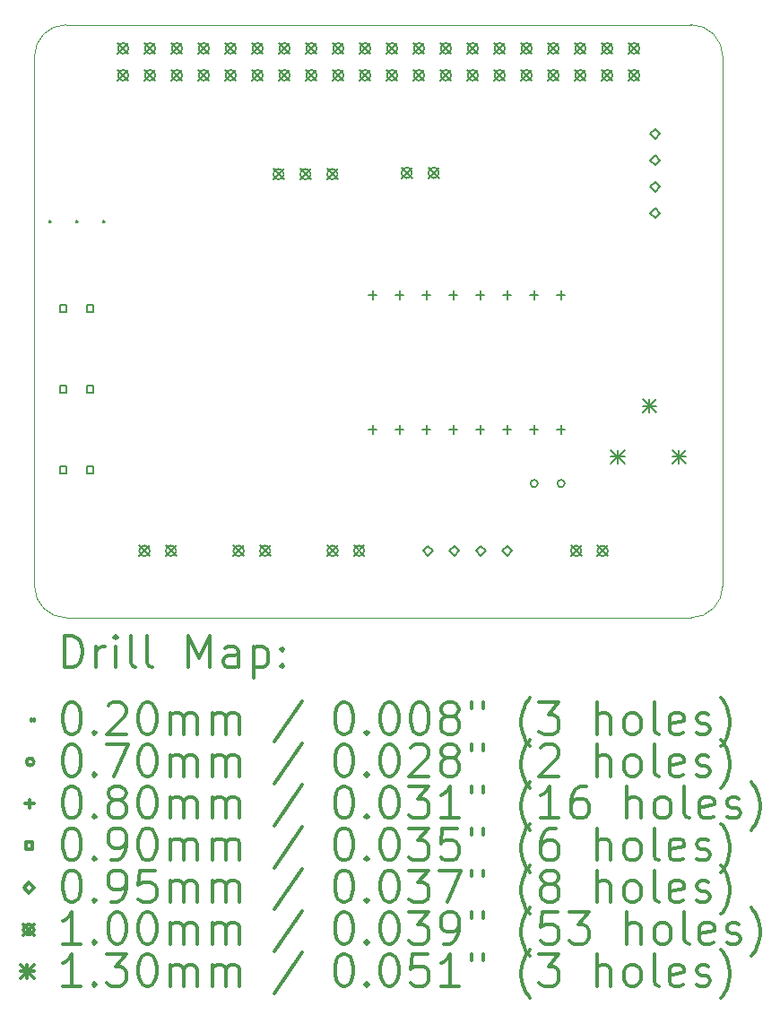
<source format=gbr>
%FSLAX45Y45*%
G04 Gerber Fmt 4.5, Leading zero omitted, Abs format (unit mm)*
G04 Created by KiCad (PCBNEW 5.1.9) date 2021-02-09 20:13:56*
%MOMM*%
%LPD*%
G01*
G04 APERTURE LIST*
%TA.AperFunction,Profile*%
%ADD10C,0.100000*%
%TD*%
%ADD11C,0.200000*%
%ADD12C,0.300000*%
G04 APERTURE END LIST*
D10*
X7854636Y-6381761D02*
X7854636Y-11381237D01*
X7854636Y-6381761D02*
G75*
G02*
X8154636Y-6081761I300000J0D01*
G01*
X14054636Y-6081761D02*
X8154636Y-6081761D01*
X14054636Y-6081761D02*
G75*
G02*
X14354636Y-6381761I0J-300000D01*
G01*
X14354636Y-11381761D02*
X14354636Y-6381761D01*
X8154636Y-11681237D02*
G75*
G02*
X7854636Y-11381237I0J300000D01*
G01*
X8154636Y-11681237D02*
X14054636Y-11681237D01*
X14354636Y-11381761D02*
G75*
G02*
X14054636Y-11681237I-300000J524D01*
G01*
D11*
X7991000Y-7927500D02*
X8011000Y-7947500D01*
X8011000Y-7927500D02*
X7991000Y-7947500D01*
X8245000Y-7927500D02*
X8265000Y-7947500D01*
X8265000Y-7927500D02*
X8245000Y-7947500D01*
X8499000Y-7927500D02*
X8519000Y-7947500D01*
X8519000Y-7927500D02*
X8499000Y-7947500D01*
X12607925Y-10414000D02*
G75*
G03*
X12607925Y-10414000I-34925J0D01*
G01*
X12861925Y-10414000D02*
G75*
G03*
X12861925Y-10414000I-34925J0D01*
G01*
X11049000Y-8596000D02*
X11049000Y-8676000D01*
X11009000Y-8636000D02*
X11089000Y-8636000D01*
X11049000Y-9866000D02*
X11049000Y-9946000D01*
X11009000Y-9906000D02*
X11089000Y-9906000D01*
X11303000Y-8596000D02*
X11303000Y-8676000D01*
X11263000Y-8636000D02*
X11343000Y-8636000D01*
X11303000Y-9866000D02*
X11303000Y-9946000D01*
X11263000Y-9906000D02*
X11343000Y-9906000D01*
X11557000Y-8596000D02*
X11557000Y-8676000D01*
X11517000Y-8636000D02*
X11597000Y-8636000D01*
X11557000Y-9866000D02*
X11557000Y-9946000D01*
X11517000Y-9906000D02*
X11597000Y-9906000D01*
X11811000Y-8596000D02*
X11811000Y-8676000D01*
X11771000Y-8636000D02*
X11851000Y-8636000D01*
X11811000Y-9866000D02*
X11811000Y-9946000D01*
X11771000Y-9906000D02*
X11851000Y-9906000D01*
X12065000Y-8596000D02*
X12065000Y-8676000D01*
X12025000Y-8636000D02*
X12105000Y-8636000D01*
X12065000Y-9866000D02*
X12065000Y-9946000D01*
X12025000Y-9906000D02*
X12105000Y-9906000D01*
X12319000Y-8596000D02*
X12319000Y-8676000D01*
X12279000Y-8636000D02*
X12359000Y-8636000D01*
X12319000Y-9866000D02*
X12319000Y-9946000D01*
X12279000Y-9906000D02*
X12359000Y-9906000D01*
X12573000Y-8596000D02*
X12573000Y-8676000D01*
X12533000Y-8636000D02*
X12613000Y-8636000D01*
X12573000Y-9866000D02*
X12573000Y-9946000D01*
X12533000Y-9906000D02*
X12613000Y-9906000D01*
X12827000Y-8596000D02*
X12827000Y-8676000D01*
X12787000Y-8636000D02*
X12867000Y-8636000D01*
X12827000Y-9866000D02*
X12827000Y-9946000D01*
X12787000Y-9906000D02*
X12867000Y-9906000D01*
X8159820Y-8794820D02*
X8159820Y-8731180D01*
X8096180Y-8731180D01*
X8096180Y-8794820D01*
X8159820Y-8794820D01*
X8159820Y-9556820D02*
X8159820Y-9493180D01*
X8096180Y-9493180D01*
X8096180Y-9556820D01*
X8159820Y-9556820D01*
X8159820Y-10318820D02*
X8159820Y-10255180D01*
X8096180Y-10255180D01*
X8096180Y-10318820D01*
X8159820Y-10318820D01*
X8413820Y-8794820D02*
X8413820Y-8731180D01*
X8350180Y-8731180D01*
X8350180Y-8794820D01*
X8413820Y-8794820D01*
X8413820Y-9556820D02*
X8413820Y-9493180D01*
X8350180Y-9493180D01*
X8350180Y-9556820D01*
X8413820Y-9556820D01*
X8413820Y-10318820D02*
X8413820Y-10255180D01*
X8350180Y-10255180D01*
X8350180Y-10318820D01*
X8413820Y-10318820D01*
X11569000Y-11096500D02*
X11616500Y-11049000D01*
X11569000Y-11001500D01*
X11521500Y-11049000D01*
X11569000Y-11096500D01*
X11819000Y-11096500D02*
X11866500Y-11049000D01*
X11819000Y-11001500D01*
X11771500Y-11049000D01*
X11819000Y-11096500D01*
X12069000Y-11096500D02*
X12116500Y-11049000D01*
X12069000Y-11001500D01*
X12021500Y-11049000D01*
X12069000Y-11096500D01*
X12319000Y-11096500D02*
X12366500Y-11049000D01*
X12319000Y-11001500D01*
X12271500Y-11049000D01*
X12319000Y-11096500D01*
X13716000Y-7159500D02*
X13763500Y-7112000D01*
X13716000Y-7064500D01*
X13668500Y-7112000D01*
X13716000Y-7159500D01*
X13716000Y-7409500D02*
X13763500Y-7362000D01*
X13716000Y-7314500D01*
X13668500Y-7362000D01*
X13716000Y-7409500D01*
X13716000Y-7659500D02*
X13763500Y-7612000D01*
X13716000Y-7564500D01*
X13668500Y-7612000D01*
X13716000Y-7659500D01*
X13716000Y-7909500D02*
X13763500Y-7862000D01*
X13716000Y-7814500D01*
X13668500Y-7862000D01*
X13716000Y-7909500D01*
X8642000Y-6255000D02*
X8742000Y-6355000D01*
X8742000Y-6255000D02*
X8642000Y-6355000D01*
X8742000Y-6305000D02*
G75*
G03*
X8742000Y-6305000I-50000J0D01*
G01*
X8642000Y-6509000D02*
X8742000Y-6609000D01*
X8742000Y-6509000D02*
X8642000Y-6609000D01*
X8742000Y-6559000D02*
G75*
G03*
X8742000Y-6559000I-50000J0D01*
G01*
X8844000Y-10999000D02*
X8944000Y-11099000D01*
X8944000Y-10999000D02*
X8844000Y-11099000D01*
X8944000Y-11049000D02*
G75*
G03*
X8944000Y-11049000I-50000J0D01*
G01*
X8896000Y-6255000D02*
X8996000Y-6355000D01*
X8996000Y-6255000D02*
X8896000Y-6355000D01*
X8996000Y-6305000D02*
G75*
G03*
X8996000Y-6305000I-50000J0D01*
G01*
X8896000Y-6509000D02*
X8996000Y-6609000D01*
X8996000Y-6509000D02*
X8896000Y-6609000D01*
X8996000Y-6559000D02*
G75*
G03*
X8996000Y-6559000I-50000J0D01*
G01*
X9094000Y-10999000D02*
X9194000Y-11099000D01*
X9194000Y-10999000D02*
X9094000Y-11099000D01*
X9194000Y-11049000D02*
G75*
G03*
X9194000Y-11049000I-50000J0D01*
G01*
X9150000Y-6255000D02*
X9250000Y-6355000D01*
X9250000Y-6255000D02*
X9150000Y-6355000D01*
X9250000Y-6305000D02*
G75*
G03*
X9250000Y-6305000I-50000J0D01*
G01*
X9150000Y-6509000D02*
X9250000Y-6609000D01*
X9250000Y-6509000D02*
X9150000Y-6609000D01*
X9250000Y-6559000D02*
G75*
G03*
X9250000Y-6559000I-50000J0D01*
G01*
X9404000Y-6255000D02*
X9504000Y-6355000D01*
X9504000Y-6255000D02*
X9404000Y-6355000D01*
X9504000Y-6305000D02*
G75*
G03*
X9504000Y-6305000I-50000J0D01*
G01*
X9404000Y-6509000D02*
X9504000Y-6609000D01*
X9504000Y-6509000D02*
X9404000Y-6609000D01*
X9504000Y-6559000D02*
G75*
G03*
X9504000Y-6559000I-50000J0D01*
G01*
X9658000Y-6255000D02*
X9758000Y-6355000D01*
X9758000Y-6255000D02*
X9658000Y-6355000D01*
X9758000Y-6305000D02*
G75*
G03*
X9758000Y-6305000I-50000J0D01*
G01*
X9658000Y-6509000D02*
X9758000Y-6609000D01*
X9758000Y-6509000D02*
X9658000Y-6609000D01*
X9758000Y-6559000D02*
G75*
G03*
X9758000Y-6559000I-50000J0D01*
G01*
X9733000Y-10999000D02*
X9833000Y-11099000D01*
X9833000Y-10999000D02*
X9733000Y-11099000D01*
X9833000Y-11049000D02*
G75*
G03*
X9833000Y-11049000I-50000J0D01*
G01*
X9912000Y-6255000D02*
X10012000Y-6355000D01*
X10012000Y-6255000D02*
X9912000Y-6355000D01*
X10012000Y-6305000D02*
G75*
G03*
X10012000Y-6305000I-50000J0D01*
G01*
X9912000Y-6509000D02*
X10012000Y-6609000D01*
X10012000Y-6509000D02*
X9912000Y-6609000D01*
X10012000Y-6559000D02*
G75*
G03*
X10012000Y-6559000I-50000J0D01*
G01*
X9983000Y-10999000D02*
X10083000Y-11099000D01*
X10083000Y-10999000D02*
X9983000Y-11099000D01*
X10083000Y-11049000D02*
G75*
G03*
X10083000Y-11049000I-50000J0D01*
G01*
X10110000Y-7443000D02*
X10210000Y-7543000D01*
X10210000Y-7443000D02*
X10110000Y-7543000D01*
X10210000Y-7493000D02*
G75*
G03*
X10210000Y-7493000I-50000J0D01*
G01*
X10166000Y-6255000D02*
X10266000Y-6355000D01*
X10266000Y-6255000D02*
X10166000Y-6355000D01*
X10266000Y-6305000D02*
G75*
G03*
X10266000Y-6305000I-50000J0D01*
G01*
X10166000Y-6509000D02*
X10266000Y-6609000D01*
X10266000Y-6509000D02*
X10166000Y-6609000D01*
X10266000Y-6559000D02*
G75*
G03*
X10266000Y-6559000I-50000J0D01*
G01*
X10364000Y-7443000D02*
X10464000Y-7543000D01*
X10464000Y-7443000D02*
X10364000Y-7543000D01*
X10464000Y-7493000D02*
G75*
G03*
X10464000Y-7493000I-50000J0D01*
G01*
X10420000Y-6255000D02*
X10520000Y-6355000D01*
X10520000Y-6255000D02*
X10420000Y-6355000D01*
X10520000Y-6305000D02*
G75*
G03*
X10520000Y-6305000I-50000J0D01*
G01*
X10420000Y-6509000D02*
X10520000Y-6609000D01*
X10520000Y-6509000D02*
X10420000Y-6609000D01*
X10520000Y-6559000D02*
G75*
G03*
X10520000Y-6559000I-50000J0D01*
G01*
X10618000Y-7443000D02*
X10718000Y-7543000D01*
X10718000Y-7443000D02*
X10618000Y-7543000D01*
X10718000Y-7493000D02*
G75*
G03*
X10718000Y-7493000I-50000J0D01*
G01*
X10620000Y-10999000D02*
X10720000Y-11099000D01*
X10720000Y-10999000D02*
X10620000Y-11099000D01*
X10720000Y-11049000D02*
G75*
G03*
X10720000Y-11049000I-50000J0D01*
G01*
X10674000Y-6255000D02*
X10774000Y-6355000D01*
X10774000Y-6255000D02*
X10674000Y-6355000D01*
X10774000Y-6305000D02*
G75*
G03*
X10774000Y-6305000I-50000J0D01*
G01*
X10674000Y-6509000D02*
X10774000Y-6609000D01*
X10774000Y-6509000D02*
X10674000Y-6609000D01*
X10774000Y-6559000D02*
G75*
G03*
X10774000Y-6559000I-50000J0D01*
G01*
X10870000Y-10999000D02*
X10970000Y-11099000D01*
X10970000Y-10999000D02*
X10870000Y-11099000D01*
X10970000Y-11049000D02*
G75*
G03*
X10970000Y-11049000I-50000J0D01*
G01*
X10928000Y-6255000D02*
X11028000Y-6355000D01*
X11028000Y-6255000D02*
X10928000Y-6355000D01*
X11028000Y-6305000D02*
G75*
G03*
X11028000Y-6305000I-50000J0D01*
G01*
X10928000Y-6509000D02*
X11028000Y-6609000D01*
X11028000Y-6509000D02*
X10928000Y-6609000D01*
X11028000Y-6559000D02*
G75*
G03*
X11028000Y-6559000I-50000J0D01*
G01*
X11182000Y-6255000D02*
X11282000Y-6355000D01*
X11282000Y-6255000D02*
X11182000Y-6355000D01*
X11282000Y-6305000D02*
G75*
G03*
X11282000Y-6305000I-50000J0D01*
G01*
X11182000Y-6509000D02*
X11282000Y-6609000D01*
X11282000Y-6509000D02*
X11182000Y-6609000D01*
X11282000Y-6559000D02*
G75*
G03*
X11282000Y-6559000I-50000J0D01*
G01*
X11320000Y-7430000D02*
X11420000Y-7530000D01*
X11420000Y-7430000D02*
X11320000Y-7530000D01*
X11420000Y-7480000D02*
G75*
G03*
X11420000Y-7480000I-50000J0D01*
G01*
X11436000Y-6255000D02*
X11536000Y-6355000D01*
X11536000Y-6255000D02*
X11436000Y-6355000D01*
X11536000Y-6305000D02*
G75*
G03*
X11536000Y-6305000I-50000J0D01*
G01*
X11436000Y-6509000D02*
X11536000Y-6609000D01*
X11536000Y-6509000D02*
X11436000Y-6609000D01*
X11536000Y-6559000D02*
G75*
G03*
X11536000Y-6559000I-50000J0D01*
G01*
X11574000Y-7430000D02*
X11674000Y-7530000D01*
X11674000Y-7430000D02*
X11574000Y-7530000D01*
X11674000Y-7480000D02*
G75*
G03*
X11674000Y-7480000I-50000J0D01*
G01*
X11690000Y-6255000D02*
X11790000Y-6355000D01*
X11790000Y-6255000D02*
X11690000Y-6355000D01*
X11790000Y-6305000D02*
G75*
G03*
X11790000Y-6305000I-50000J0D01*
G01*
X11690000Y-6509000D02*
X11790000Y-6609000D01*
X11790000Y-6509000D02*
X11690000Y-6609000D01*
X11790000Y-6559000D02*
G75*
G03*
X11790000Y-6559000I-50000J0D01*
G01*
X11944000Y-6255000D02*
X12044000Y-6355000D01*
X12044000Y-6255000D02*
X11944000Y-6355000D01*
X12044000Y-6305000D02*
G75*
G03*
X12044000Y-6305000I-50000J0D01*
G01*
X11944000Y-6509000D02*
X12044000Y-6609000D01*
X12044000Y-6509000D02*
X11944000Y-6609000D01*
X12044000Y-6559000D02*
G75*
G03*
X12044000Y-6559000I-50000J0D01*
G01*
X12198000Y-6255000D02*
X12298000Y-6355000D01*
X12298000Y-6255000D02*
X12198000Y-6355000D01*
X12298000Y-6305000D02*
G75*
G03*
X12298000Y-6305000I-50000J0D01*
G01*
X12198000Y-6509000D02*
X12298000Y-6609000D01*
X12298000Y-6509000D02*
X12198000Y-6609000D01*
X12298000Y-6559000D02*
G75*
G03*
X12298000Y-6559000I-50000J0D01*
G01*
X12452000Y-6255000D02*
X12552000Y-6355000D01*
X12552000Y-6255000D02*
X12452000Y-6355000D01*
X12552000Y-6305000D02*
G75*
G03*
X12552000Y-6305000I-50000J0D01*
G01*
X12452000Y-6509000D02*
X12552000Y-6609000D01*
X12552000Y-6509000D02*
X12452000Y-6609000D01*
X12552000Y-6559000D02*
G75*
G03*
X12552000Y-6559000I-50000J0D01*
G01*
X12706000Y-6255000D02*
X12806000Y-6355000D01*
X12806000Y-6255000D02*
X12706000Y-6355000D01*
X12806000Y-6305000D02*
G75*
G03*
X12806000Y-6305000I-50000J0D01*
G01*
X12706000Y-6509000D02*
X12806000Y-6609000D01*
X12806000Y-6509000D02*
X12706000Y-6609000D01*
X12806000Y-6559000D02*
G75*
G03*
X12806000Y-6559000I-50000J0D01*
G01*
X12920000Y-11000000D02*
X13020000Y-11100000D01*
X13020000Y-11000000D02*
X12920000Y-11100000D01*
X13020000Y-11050000D02*
G75*
G03*
X13020000Y-11050000I-50000J0D01*
G01*
X12960000Y-6255000D02*
X13060000Y-6355000D01*
X13060000Y-6255000D02*
X12960000Y-6355000D01*
X13060000Y-6305000D02*
G75*
G03*
X13060000Y-6305000I-50000J0D01*
G01*
X12960000Y-6509000D02*
X13060000Y-6609000D01*
X13060000Y-6509000D02*
X12960000Y-6609000D01*
X13060000Y-6559000D02*
G75*
G03*
X13060000Y-6559000I-50000J0D01*
G01*
X13170000Y-11000000D02*
X13270000Y-11100000D01*
X13270000Y-11000000D02*
X13170000Y-11100000D01*
X13270000Y-11050000D02*
G75*
G03*
X13270000Y-11050000I-50000J0D01*
G01*
X13214000Y-6255000D02*
X13314000Y-6355000D01*
X13314000Y-6255000D02*
X13214000Y-6355000D01*
X13314000Y-6305000D02*
G75*
G03*
X13314000Y-6305000I-50000J0D01*
G01*
X13214000Y-6509000D02*
X13314000Y-6609000D01*
X13314000Y-6509000D02*
X13214000Y-6609000D01*
X13314000Y-6559000D02*
G75*
G03*
X13314000Y-6559000I-50000J0D01*
G01*
X13468000Y-6255000D02*
X13568000Y-6355000D01*
X13568000Y-6255000D02*
X13468000Y-6355000D01*
X13568000Y-6305000D02*
G75*
G03*
X13568000Y-6305000I-50000J0D01*
G01*
X13468000Y-6509000D02*
X13568000Y-6609000D01*
X13568000Y-6509000D02*
X13468000Y-6609000D01*
X13568000Y-6559000D02*
G75*
G03*
X13568000Y-6559000I-50000J0D01*
G01*
X13297281Y-10095103D02*
X13427075Y-10224897D01*
X13427075Y-10095103D02*
X13297281Y-10224897D01*
X13362178Y-10095103D02*
X13362178Y-10224897D01*
X13297281Y-10160000D02*
X13427075Y-10160000D01*
X13597255Y-9615297D02*
X13727049Y-9745091D01*
X13727049Y-9615297D02*
X13597255Y-9745091D01*
X13662152Y-9615297D02*
X13662152Y-9745091D01*
X13597255Y-9680194D02*
X13727049Y-9680194D01*
X13877163Y-10095103D02*
X14006957Y-10224897D01*
X14006957Y-10095103D02*
X13877163Y-10224897D01*
X13942060Y-10095103D02*
X13942060Y-10224897D01*
X13877163Y-10160000D02*
X14006957Y-10160000D01*
D12*
X8136064Y-12151952D02*
X8136064Y-11851952D01*
X8207493Y-11851952D01*
X8250350Y-11866238D01*
X8278921Y-11894809D01*
X8293207Y-11923380D01*
X8307493Y-11980523D01*
X8307493Y-12023380D01*
X8293207Y-12080523D01*
X8278921Y-12109095D01*
X8250350Y-12137666D01*
X8207493Y-12151952D01*
X8136064Y-12151952D01*
X8436064Y-12151952D02*
X8436064Y-11951952D01*
X8436064Y-12009095D02*
X8450350Y-11980523D01*
X8464636Y-11966238D01*
X8493207Y-11951952D01*
X8521778Y-11951952D01*
X8621778Y-12151952D02*
X8621778Y-11951952D01*
X8621778Y-11851952D02*
X8607493Y-11866238D01*
X8621778Y-11880523D01*
X8636064Y-11866238D01*
X8621778Y-11851952D01*
X8621778Y-11880523D01*
X8807493Y-12151952D02*
X8778921Y-12137666D01*
X8764636Y-12109095D01*
X8764636Y-11851952D01*
X8964636Y-12151952D02*
X8936064Y-12137666D01*
X8921778Y-12109095D01*
X8921778Y-11851952D01*
X9307493Y-12151952D02*
X9307493Y-11851952D01*
X9407493Y-12066238D01*
X9507493Y-11851952D01*
X9507493Y-12151952D01*
X9778921Y-12151952D02*
X9778921Y-11994809D01*
X9764636Y-11966238D01*
X9736064Y-11951952D01*
X9678921Y-11951952D01*
X9650350Y-11966238D01*
X9778921Y-12137666D02*
X9750350Y-12151952D01*
X9678921Y-12151952D01*
X9650350Y-12137666D01*
X9636064Y-12109095D01*
X9636064Y-12080523D01*
X9650350Y-12051952D01*
X9678921Y-12037666D01*
X9750350Y-12037666D01*
X9778921Y-12023380D01*
X9921778Y-11951952D02*
X9921778Y-12251952D01*
X9921778Y-11966238D02*
X9950350Y-11951952D01*
X10007493Y-11951952D01*
X10036064Y-11966238D01*
X10050350Y-11980523D01*
X10064636Y-12009095D01*
X10064636Y-12094809D01*
X10050350Y-12123380D01*
X10036064Y-12137666D01*
X10007493Y-12151952D01*
X9950350Y-12151952D01*
X9921778Y-12137666D01*
X10193207Y-12123380D02*
X10207493Y-12137666D01*
X10193207Y-12151952D01*
X10178921Y-12137666D01*
X10193207Y-12123380D01*
X10193207Y-12151952D01*
X10193207Y-11966238D02*
X10207493Y-11980523D01*
X10193207Y-11994809D01*
X10178921Y-11980523D01*
X10193207Y-11966238D01*
X10193207Y-11994809D01*
X7829635Y-12636238D02*
X7849635Y-12656238D01*
X7849635Y-12636238D02*
X7829635Y-12656238D01*
X8193207Y-12481952D02*
X8221778Y-12481952D01*
X8250350Y-12496238D01*
X8264635Y-12510523D01*
X8278921Y-12539095D01*
X8293207Y-12596238D01*
X8293207Y-12667666D01*
X8278921Y-12724809D01*
X8264635Y-12753380D01*
X8250350Y-12767666D01*
X8221778Y-12781952D01*
X8193207Y-12781952D01*
X8164635Y-12767666D01*
X8150350Y-12753380D01*
X8136064Y-12724809D01*
X8121778Y-12667666D01*
X8121778Y-12596238D01*
X8136064Y-12539095D01*
X8150350Y-12510523D01*
X8164635Y-12496238D01*
X8193207Y-12481952D01*
X8421778Y-12753380D02*
X8436064Y-12767666D01*
X8421778Y-12781952D01*
X8407493Y-12767666D01*
X8421778Y-12753380D01*
X8421778Y-12781952D01*
X8550350Y-12510523D02*
X8564636Y-12496238D01*
X8593207Y-12481952D01*
X8664636Y-12481952D01*
X8693207Y-12496238D01*
X8707493Y-12510523D01*
X8721778Y-12539095D01*
X8721778Y-12567666D01*
X8707493Y-12610523D01*
X8536064Y-12781952D01*
X8721778Y-12781952D01*
X8907493Y-12481952D02*
X8936064Y-12481952D01*
X8964636Y-12496238D01*
X8978921Y-12510523D01*
X8993207Y-12539095D01*
X9007493Y-12596238D01*
X9007493Y-12667666D01*
X8993207Y-12724809D01*
X8978921Y-12753380D01*
X8964636Y-12767666D01*
X8936064Y-12781952D01*
X8907493Y-12781952D01*
X8878921Y-12767666D01*
X8864636Y-12753380D01*
X8850350Y-12724809D01*
X8836064Y-12667666D01*
X8836064Y-12596238D01*
X8850350Y-12539095D01*
X8864636Y-12510523D01*
X8878921Y-12496238D01*
X8907493Y-12481952D01*
X9136064Y-12781952D02*
X9136064Y-12581952D01*
X9136064Y-12610523D02*
X9150350Y-12596238D01*
X9178921Y-12581952D01*
X9221778Y-12581952D01*
X9250350Y-12596238D01*
X9264636Y-12624809D01*
X9264636Y-12781952D01*
X9264636Y-12624809D02*
X9278921Y-12596238D01*
X9307493Y-12581952D01*
X9350350Y-12581952D01*
X9378921Y-12596238D01*
X9393207Y-12624809D01*
X9393207Y-12781952D01*
X9536064Y-12781952D02*
X9536064Y-12581952D01*
X9536064Y-12610523D02*
X9550350Y-12596238D01*
X9578921Y-12581952D01*
X9621778Y-12581952D01*
X9650350Y-12596238D01*
X9664636Y-12624809D01*
X9664636Y-12781952D01*
X9664636Y-12624809D02*
X9678921Y-12596238D01*
X9707493Y-12581952D01*
X9750350Y-12581952D01*
X9778921Y-12596238D01*
X9793207Y-12624809D01*
X9793207Y-12781952D01*
X10378921Y-12467666D02*
X10121778Y-12853380D01*
X10764636Y-12481952D02*
X10793207Y-12481952D01*
X10821778Y-12496238D01*
X10836064Y-12510523D01*
X10850350Y-12539095D01*
X10864636Y-12596238D01*
X10864636Y-12667666D01*
X10850350Y-12724809D01*
X10836064Y-12753380D01*
X10821778Y-12767666D01*
X10793207Y-12781952D01*
X10764636Y-12781952D01*
X10736064Y-12767666D01*
X10721778Y-12753380D01*
X10707493Y-12724809D01*
X10693207Y-12667666D01*
X10693207Y-12596238D01*
X10707493Y-12539095D01*
X10721778Y-12510523D01*
X10736064Y-12496238D01*
X10764636Y-12481952D01*
X10993207Y-12753380D02*
X11007493Y-12767666D01*
X10993207Y-12781952D01*
X10978921Y-12767666D01*
X10993207Y-12753380D01*
X10993207Y-12781952D01*
X11193207Y-12481952D02*
X11221778Y-12481952D01*
X11250350Y-12496238D01*
X11264635Y-12510523D01*
X11278921Y-12539095D01*
X11293207Y-12596238D01*
X11293207Y-12667666D01*
X11278921Y-12724809D01*
X11264635Y-12753380D01*
X11250350Y-12767666D01*
X11221778Y-12781952D01*
X11193207Y-12781952D01*
X11164636Y-12767666D01*
X11150350Y-12753380D01*
X11136064Y-12724809D01*
X11121778Y-12667666D01*
X11121778Y-12596238D01*
X11136064Y-12539095D01*
X11150350Y-12510523D01*
X11164636Y-12496238D01*
X11193207Y-12481952D01*
X11478921Y-12481952D02*
X11507493Y-12481952D01*
X11536064Y-12496238D01*
X11550350Y-12510523D01*
X11564635Y-12539095D01*
X11578921Y-12596238D01*
X11578921Y-12667666D01*
X11564635Y-12724809D01*
X11550350Y-12753380D01*
X11536064Y-12767666D01*
X11507493Y-12781952D01*
X11478921Y-12781952D01*
X11450350Y-12767666D01*
X11436064Y-12753380D01*
X11421778Y-12724809D01*
X11407493Y-12667666D01*
X11407493Y-12596238D01*
X11421778Y-12539095D01*
X11436064Y-12510523D01*
X11450350Y-12496238D01*
X11478921Y-12481952D01*
X11750350Y-12610523D02*
X11721778Y-12596238D01*
X11707493Y-12581952D01*
X11693207Y-12553380D01*
X11693207Y-12539095D01*
X11707493Y-12510523D01*
X11721778Y-12496238D01*
X11750350Y-12481952D01*
X11807493Y-12481952D01*
X11836064Y-12496238D01*
X11850350Y-12510523D01*
X11864635Y-12539095D01*
X11864635Y-12553380D01*
X11850350Y-12581952D01*
X11836064Y-12596238D01*
X11807493Y-12610523D01*
X11750350Y-12610523D01*
X11721778Y-12624809D01*
X11707493Y-12639095D01*
X11693207Y-12667666D01*
X11693207Y-12724809D01*
X11707493Y-12753380D01*
X11721778Y-12767666D01*
X11750350Y-12781952D01*
X11807493Y-12781952D01*
X11836064Y-12767666D01*
X11850350Y-12753380D01*
X11864635Y-12724809D01*
X11864635Y-12667666D01*
X11850350Y-12639095D01*
X11836064Y-12624809D01*
X11807493Y-12610523D01*
X11978921Y-12481952D02*
X11978921Y-12539095D01*
X12093207Y-12481952D02*
X12093207Y-12539095D01*
X12536064Y-12896238D02*
X12521778Y-12881952D01*
X12493207Y-12839095D01*
X12478921Y-12810523D01*
X12464635Y-12767666D01*
X12450350Y-12696238D01*
X12450350Y-12639095D01*
X12464635Y-12567666D01*
X12478921Y-12524809D01*
X12493207Y-12496238D01*
X12521778Y-12453380D01*
X12536064Y-12439095D01*
X12621778Y-12481952D02*
X12807493Y-12481952D01*
X12707493Y-12596238D01*
X12750350Y-12596238D01*
X12778921Y-12610523D01*
X12793207Y-12624809D01*
X12807493Y-12653380D01*
X12807493Y-12724809D01*
X12793207Y-12753380D01*
X12778921Y-12767666D01*
X12750350Y-12781952D01*
X12664635Y-12781952D01*
X12636064Y-12767666D01*
X12621778Y-12753380D01*
X13164635Y-12781952D02*
X13164635Y-12481952D01*
X13293207Y-12781952D02*
X13293207Y-12624809D01*
X13278921Y-12596238D01*
X13250350Y-12581952D01*
X13207493Y-12581952D01*
X13178921Y-12596238D01*
X13164635Y-12610523D01*
X13478921Y-12781952D02*
X13450350Y-12767666D01*
X13436064Y-12753380D01*
X13421778Y-12724809D01*
X13421778Y-12639095D01*
X13436064Y-12610523D01*
X13450350Y-12596238D01*
X13478921Y-12581952D01*
X13521778Y-12581952D01*
X13550350Y-12596238D01*
X13564635Y-12610523D01*
X13578921Y-12639095D01*
X13578921Y-12724809D01*
X13564635Y-12753380D01*
X13550350Y-12767666D01*
X13521778Y-12781952D01*
X13478921Y-12781952D01*
X13750350Y-12781952D02*
X13721778Y-12767666D01*
X13707493Y-12739095D01*
X13707493Y-12481952D01*
X13978921Y-12767666D02*
X13950350Y-12781952D01*
X13893207Y-12781952D01*
X13864635Y-12767666D01*
X13850350Y-12739095D01*
X13850350Y-12624809D01*
X13864635Y-12596238D01*
X13893207Y-12581952D01*
X13950350Y-12581952D01*
X13978921Y-12596238D01*
X13993207Y-12624809D01*
X13993207Y-12653380D01*
X13850350Y-12681952D01*
X14107493Y-12767666D02*
X14136064Y-12781952D01*
X14193207Y-12781952D01*
X14221778Y-12767666D01*
X14236064Y-12739095D01*
X14236064Y-12724809D01*
X14221778Y-12696238D01*
X14193207Y-12681952D01*
X14150350Y-12681952D01*
X14121778Y-12667666D01*
X14107493Y-12639095D01*
X14107493Y-12624809D01*
X14121778Y-12596238D01*
X14150350Y-12581952D01*
X14193207Y-12581952D01*
X14221778Y-12596238D01*
X14336064Y-12896238D02*
X14350350Y-12881952D01*
X14378921Y-12839095D01*
X14393207Y-12810523D01*
X14407493Y-12767666D01*
X14421778Y-12696238D01*
X14421778Y-12639095D01*
X14407493Y-12567666D01*
X14393207Y-12524809D01*
X14378921Y-12496238D01*
X14350350Y-12453380D01*
X14336064Y-12439095D01*
X7849635Y-13042238D02*
G75*
G03*
X7849635Y-13042238I-34925J0D01*
G01*
X8193207Y-12877952D02*
X8221778Y-12877952D01*
X8250350Y-12892238D01*
X8264635Y-12906523D01*
X8278921Y-12935095D01*
X8293207Y-12992238D01*
X8293207Y-13063666D01*
X8278921Y-13120809D01*
X8264635Y-13149380D01*
X8250350Y-13163666D01*
X8221778Y-13177952D01*
X8193207Y-13177952D01*
X8164635Y-13163666D01*
X8150350Y-13149380D01*
X8136064Y-13120809D01*
X8121778Y-13063666D01*
X8121778Y-12992238D01*
X8136064Y-12935095D01*
X8150350Y-12906523D01*
X8164635Y-12892238D01*
X8193207Y-12877952D01*
X8421778Y-13149380D02*
X8436064Y-13163666D01*
X8421778Y-13177952D01*
X8407493Y-13163666D01*
X8421778Y-13149380D01*
X8421778Y-13177952D01*
X8536064Y-12877952D02*
X8736064Y-12877952D01*
X8607493Y-13177952D01*
X8907493Y-12877952D02*
X8936064Y-12877952D01*
X8964636Y-12892238D01*
X8978921Y-12906523D01*
X8993207Y-12935095D01*
X9007493Y-12992238D01*
X9007493Y-13063666D01*
X8993207Y-13120809D01*
X8978921Y-13149380D01*
X8964636Y-13163666D01*
X8936064Y-13177952D01*
X8907493Y-13177952D01*
X8878921Y-13163666D01*
X8864636Y-13149380D01*
X8850350Y-13120809D01*
X8836064Y-13063666D01*
X8836064Y-12992238D01*
X8850350Y-12935095D01*
X8864636Y-12906523D01*
X8878921Y-12892238D01*
X8907493Y-12877952D01*
X9136064Y-13177952D02*
X9136064Y-12977952D01*
X9136064Y-13006523D02*
X9150350Y-12992238D01*
X9178921Y-12977952D01*
X9221778Y-12977952D01*
X9250350Y-12992238D01*
X9264636Y-13020809D01*
X9264636Y-13177952D01*
X9264636Y-13020809D02*
X9278921Y-12992238D01*
X9307493Y-12977952D01*
X9350350Y-12977952D01*
X9378921Y-12992238D01*
X9393207Y-13020809D01*
X9393207Y-13177952D01*
X9536064Y-13177952D02*
X9536064Y-12977952D01*
X9536064Y-13006523D02*
X9550350Y-12992238D01*
X9578921Y-12977952D01*
X9621778Y-12977952D01*
X9650350Y-12992238D01*
X9664636Y-13020809D01*
X9664636Y-13177952D01*
X9664636Y-13020809D02*
X9678921Y-12992238D01*
X9707493Y-12977952D01*
X9750350Y-12977952D01*
X9778921Y-12992238D01*
X9793207Y-13020809D01*
X9793207Y-13177952D01*
X10378921Y-12863666D02*
X10121778Y-13249380D01*
X10764636Y-12877952D02*
X10793207Y-12877952D01*
X10821778Y-12892238D01*
X10836064Y-12906523D01*
X10850350Y-12935095D01*
X10864636Y-12992238D01*
X10864636Y-13063666D01*
X10850350Y-13120809D01*
X10836064Y-13149380D01*
X10821778Y-13163666D01*
X10793207Y-13177952D01*
X10764636Y-13177952D01*
X10736064Y-13163666D01*
X10721778Y-13149380D01*
X10707493Y-13120809D01*
X10693207Y-13063666D01*
X10693207Y-12992238D01*
X10707493Y-12935095D01*
X10721778Y-12906523D01*
X10736064Y-12892238D01*
X10764636Y-12877952D01*
X10993207Y-13149380D02*
X11007493Y-13163666D01*
X10993207Y-13177952D01*
X10978921Y-13163666D01*
X10993207Y-13149380D01*
X10993207Y-13177952D01*
X11193207Y-12877952D02*
X11221778Y-12877952D01*
X11250350Y-12892238D01*
X11264635Y-12906523D01*
X11278921Y-12935095D01*
X11293207Y-12992238D01*
X11293207Y-13063666D01*
X11278921Y-13120809D01*
X11264635Y-13149380D01*
X11250350Y-13163666D01*
X11221778Y-13177952D01*
X11193207Y-13177952D01*
X11164636Y-13163666D01*
X11150350Y-13149380D01*
X11136064Y-13120809D01*
X11121778Y-13063666D01*
X11121778Y-12992238D01*
X11136064Y-12935095D01*
X11150350Y-12906523D01*
X11164636Y-12892238D01*
X11193207Y-12877952D01*
X11407493Y-12906523D02*
X11421778Y-12892238D01*
X11450350Y-12877952D01*
X11521778Y-12877952D01*
X11550350Y-12892238D01*
X11564635Y-12906523D01*
X11578921Y-12935095D01*
X11578921Y-12963666D01*
X11564635Y-13006523D01*
X11393207Y-13177952D01*
X11578921Y-13177952D01*
X11750350Y-13006523D02*
X11721778Y-12992238D01*
X11707493Y-12977952D01*
X11693207Y-12949380D01*
X11693207Y-12935095D01*
X11707493Y-12906523D01*
X11721778Y-12892238D01*
X11750350Y-12877952D01*
X11807493Y-12877952D01*
X11836064Y-12892238D01*
X11850350Y-12906523D01*
X11864635Y-12935095D01*
X11864635Y-12949380D01*
X11850350Y-12977952D01*
X11836064Y-12992238D01*
X11807493Y-13006523D01*
X11750350Y-13006523D01*
X11721778Y-13020809D01*
X11707493Y-13035095D01*
X11693207Y-13063666D01*
X11693207Y-13120809D01*
X11707493Y-13149380D01*
X11721778Y-13163666D01*
X11750350Y-13177952D01*
X11807493Y-13177952D01*
X11836064Y-13163666D01*
X11850350Y-13149380D01*
X11864635Y-13120809D01*
X11864635Y-13063666D01*
X11850350Y-13035095D01*
X11836064Y-13020809D01*
X11807493Y-13006523D01*
X11978921Y-12877952D02*
X11978921Y-12935095D01*
X12093207Y-12877952D02*
X12093207Y-12935095D01*
X12536064Y-13292238D02*
X12521778Y-13277952D01*
X12493207Y-13235095D01*
X12478921Y-13206523D01*
X12464635Y-13163666D01*
X12450350Y-13092238D01*
X12450350Y-13035095D01*
X12464635Y-12963666D01*
X12478921Y-12920809D01*
X12493207Y-12892238D01*
X12521778Y-12849380D01*
X12536064Y-12835095D01*
X12636064Y-12906523D02*
X12650350Y-12892238D01*
X12678921Y-12877952D01*
X12750350Y-12877952D01*
X12778921Y-12892238D01*
X12793207Y-12906523D01*
X12807493Y-12935095D01*
X12807493Y-12963666D01*
X12793207Y-13006523D01*
X12621778Y-13177952D01*
X12807493Y-13177952D01*
X13164635Y-13177952D02*
X13164635Y-12877952D01*
X13293207Y-13177952D02*
X13293207Y-13020809D01*
X13278921Y-12992238D01*
X13250350Y-12977952D01*
X13207493Y-12977952D01*
X13178921Y-12992238D01*
X13164635Y-13006523D01*
X13478921Y-13177952D02*
X13450350Y-13163666D01*
X13436064Y-13149380D01*
X13421778Y-13120809D01*
X13421778Y-13035095D01*
X13436064Y-13006523D01*
X13450350Y-12992238D01*
X13478921Y-12977952D01*
X13521778Y-12977952D01*
X13550350Y-12992238D01*
X13564635Y-13006523D01*
X13578921Y-13035095D01*
X13578921Y-13120809D01*
X13564635Y-13149380D01*
X13550350Y-13163666D01*
X13521778Y-13177952D01*
X13478921Y-13177952D01*
X13750350Y-13177952D02*
X13721778Y-13163666D01*
X13707493Y-13135095D01*
X13707493Y-12877952D01*
X13978921Y-13163666D02*
X13950350Y-13177952D01*
X13893207Y-13177952D01*
X13864635Y-13163666D01*
X13850350Y-13135095D01*
X13850350Y-13020809D01*
X13864635Y-12992238D01*
X13893207Y-12977952D01*
X13950350Y-12977952D01*
X13978921Y-12992238D01*
X13993207Y-13020809D01*
X13993207Y-13049380D01*
X13850350Y-13077952D01*
X14107493Y-13163666D02*
X14136064Y-13177952D01*
X14193207Y-13177952D01*
X14221778Y-13163666D01*
X14236064Y-13135095D01*
X14236064Y-13120809D01*
X14221778Y-13092238D01*
X14193207Y-13077952D01*
X14150350Y-13077952D01*
X14121778Y-13063666D01*
X14107493Y-13035095D01*
X14107493Y-13020809D01*
X14121778Y-12992238D01*
X14150350Y-12977952D01*
X14193207Y-12977952D01*
X14221778Y-12992238D01*
X14336064Y-13292238D02*
X14350350Y-13277952D01*
X14378921Y-13235095D01*
X14393207Y-13206523D01*
X14407493Y-13163666D01*
X14421778Y-13092238D01*
X14421778Y-13035095D01*
X14407493Y-12963666D01*
X14393207Y-12920809D01*
X14378921Y-12892238D01*
X14350350Y-12849380D01*
X14336064Y-12835095D01*
X7809635Y-13398238D02*
X7809635Y-13478238D01*
X7769635Y-13438238D02*
X7849635Y-13438238D01*
X8193207Y-13273952D02*
X8221778Y-13273952D01*
X8250350Y-13288238D01*
X8264635Y-13302523D01*
X8278921Y-13331095D01*
X8293207Y-13388238D01*
X8293207Y-13459666D01*
X8278921Y-13516809D01*
X8264635Y-13545380D01*
X8250350Y-13559666D01*
X8221778Y-13573952D01*
X8193207Y-13573952D01*
X8164635Y-13559666D01*
X8150350Y-13545380D01*
X8136064Y-13516809D01*
X8121778Y-13459666D01*
X8121778Y-13388238D01*
X8136064Y-13331095D01*
X8150350Y-13302523D01*
X8164635Y-13288238D01*
X8193207Y-13273952D01*
X8421778Y-13545380D02*
X8436064Y-13559666D01*
X8421778Y-13573952D01*
X8407493Y-13559666D01*
X8421778Y-13545380D01*
X8421778Y-13573952D01*
X8607493Y-13402523D02*
X8578921Y-13388238D01*
X8564636Y-13373952D01*
X8550350Y-13345380D01*
X8550350Y-13331095D01*
X8564636Y-13302523D01*
X8578921Y-13288238D01*
X8607493Y-13273952D01*
X8664636Y-13273952D01*
X8693207Y-13288238D01*
X8707493Y-13302523D01*
X8721778Y-13331095D01*
X8721778Y-13345380D01*
X8707493Y-13373952D01*
X8693207Y-13388238D01*
X8664636Y-13402523D01*
X8607493Y-13402523D01*
X8578921Y-13416809D01*
X8564636Y-13431095D01*
X8550350Y-13459666D01*
X8550350Y-13516809D01*
X8564636Y-13545380D01*
X8578921Y-13559666D01*
X8607493Y-13573952D01*
X8664636Y-13573952D01*
X8693207Y-13559666D01*
X8707493Y-13545380D01*
X8721778Y-13516809D01*
X8721778Y-13459666D01*
X8707493Y-13431095D01*
X8693207Y-13416809D01*
X8664636Y-13402523D01*
X8907493Y-13273952D02*
X8936064Y-13273952D01*
X8964636Y-13288238D01*
X8978921Y-13302523D01*
X8993207Y-13331095D01*
X9007493Y-13388238D01*
X9007493Y-13459666D01*
X8993207Y-13516809D01*
X8978921Y-13545380D01*
X8964636Y-13559666D01*
X8936064Y-13573952D01*
X8907493Y-13573952D01*
X8878921Y-13559666D01*
X8864636Y-13545380D01*
X8850350Y-13516809D01*
X8836064Y-13459666D01*
X8836064Y-13388238D01*
X8850350Y-13331095D01*
X8864636Y-13302523D01*
X8878921Y-13288238D01*
X8907493Y-13273952D01*
X9136064Y-13573952D02*
X9136064Y-13373952D01*
X9136064Y-13402523D02*
X9150350Y-13388238D01*
X9178921Y-13373952D01*
X9221778Y-13373952D01*
X9250350Y-13388238D01*
X9264636Y-13416809D01*
X9264636Y-13573952D01*
X9264636Y-13416809D02*
X9278921Y-13388238D01*
X9307493Y-13373952D01*
X9350350Y-13373952D01*
X9378921Y-13388238D01*
X9393207Y-13416809D01*
X9393207Y-13573952D01*
X9536064Y-13573952D02*
X9536064Y-13373952D01*
X9536064Y-13402523D02*
X9550350Y-13388238D01*
X9578921Y-13373952D01*
X9621778Y-13373952D01*
X9650350Y-13388238D01*
X9664636Y-13416809D01*
X9664636Y-13573952D01*
X9664636Y-13416809D02*
X9678921Y-13388238D01*
X9707493Y-13373952D01*
X9750350Y-13373952D01*
X9778921Y-13388238D01*
X9793207Y-13416809D01*
X9793207Y-13573952D01*
X10378921Y-13259666D02*
X10121778Y-13645380D01*
X10764636Y-13273952D02*
X10793207Y-13273952D01*
X10821778Y-13288238D01*
X10836064Y-13302523D01*
X10850350Y-13331095D01*
X10864636Y-13388238D01*
X10864636Y-13459666D01*
X10850350Y-13516809D01*
X10836064Y-13545380D01*
X10821778Y-13559666D01*
X10793207Y-13573952D01*
X10764636Y-13573952D01*
X10736064Y-13559666D01*
X10721778Y-13545380D01*
X10707493Y-13516809D01*
X10693207Y-13459666D01*
X10693207Y-13388238D01*
X10707493Y-13331095D01*
X10721778Y-13302523D01*
X10736064Y-13288238D01*
X10764636Y-13273952D01*
X10993207Y-13545380D02*
X11007493Y-13559666D01*
X10993207Y-13573952D01*
X10978921Y-13559666D01*
X10993207Y-13545380D01*
X10993207Y-13573952D01*
X11193207Y-13273952D02*
X11221778Y-13273952D01*
X11250350Y-13288238D01*
X11264635Y-13302523D01*
X11278921Y-13331095D01*
X11293207Y-13388238D01*
X11293207Y-13459666D01*
X11278921Y-13516809D01*
X11264635Y-13545380D01*
X11250350Y-13559666D01*
X11221778Y-13573952D01*
X11193207Y-13573952D01*
X11164636Y-13559666D01*
X11150350Y-13545380D01*
X11136064Y-13516809D01*
X11121778Y-13459666D01*
X11121778Y-13388238D01*
X11136064Y-13331095D01*
X11150350Y-13302523D01*
X11164636Y-13288238D01*
X11193207Y-13273952D01*
X11393207Y-13273952D02*
X11578921Y-13273952D01*
X11478921Y-13388238D01*
X11521778Y-13388238D01*
X11550350Y-13402523D01*
X11564635Y-13416809D01*
X11578921Y-13445380D01*
X11578921Y-13516809D01*
X11564635Y-13545380D01*
X11550350Y-13559666D01*
X11521778Y-13573952D01*
X11436064Y-13573952D01*
X11407493Y-13559666D01*
X11393207Y-13545380D01*
X11864635Y-13573952D02*
X11693207Y-13573952D01*
X11778921Y-13573952D02*
X11778921Y-13273952D01*
X11750350Y-13316809D01*
X11721778Y-13345380D01*
X11693207Y-13359666D01*
X11978921Y-13273952D02*
X11978921Y-13331095D01*
X12093207Y-13273952D02*
X12093207Y-13331095D01*
X12536064Y-13688238D02*
X12521778Y-13673952D01*
X12493207Y-13631095D01*
X12478921Y-13602523D01*
X12464635Y-13559666D01*
X12450350Y-13488238D01*
X12450350Y-13431095D01*
X12464635Y-13359666D01*
X12478921Y-13316809D01*
X12493207Y-13288238D01*
X12521778Y-13245380D01*
X12536064Y-13231095D01*
X12807493Y-13573952D02*
X12636064Y-13573952D01*
X12721778Y-13573952D02*
X12721778Y-13273952D01*
X12693207Y-13316809D01*
X12664635Y-13345380D01*
X12636064Y-13359666D01*
X13064635Y-13273952D02*
X13007493Y-13273952D01*
X12978921Y-13288238D01*
X12964635Y-13302523D01*
X12936064Y-13345380D01*
X12921778Y-13402523D01*
X12921778Y-13516809D01*
X12936064Y-13545380D01*
X12950350Y-13559666D01*
X12978921Y-13573952D01*
X13036064Y-13573952D01*
X13064635Y-13559666D01*
X13078921Y-13545380D01*
X13093207Y-13516809D01*
X13093207Y-13445380D01*
X13078921Y-13416809D01*
X13064635Y-13402523D01*
X13036064Y-13388238D01*
X12978921Y-13388238D01*
X12950350Y-13402523D01*
X12936064Y-13416809D01*
X12921778Y-13445380D01*
X13450350Y-13573952D02*
X13450350Y-13273952D01*
X13578921Y-13573952D02*
X13578921Y-13416809D01*
X13564635Y-13388238D01*
X13536064Y-13373952D01*
X13493207Y-13373952D01*
X13464635Y-13388238D01*
X13450350Y-13402523D01*
X13764635Y-13573952D02*
X13736064Y-13559666D01*
X13721778Y-13545380D01*
X13707493Y-13516809D01*
X13707493Y-13431095D01*
X13721778Y-13402523D01*
X13736064Y-13388238D01*
X13764635Y-13373952D01*
X13807493Y-13373952D01*
X13836064Y-13388238D01*
X13850350Y-13402523D01*
X13864635Y-13431095D01*
X13864635Y-13516809D01*
X13850350Y-13545380D01*
X13836064Y-13559666D01*
X13807493Y-13573952D01*
X13764635Y-13573952D01*
X14036064Y-13573952D02*
X14007493Y-13559666D01*
X13993207Y-13531095D01*
X13993207Y-13273952D01*
X14264635Y-13559666D02*
X14236064Y-13573952D01*
X14178921Y-13573952D01*
X14150350Y-13559666D01*
X14136064Y-13531095D01*
X14136064Y-13416809D01*
X14150350Y-13388238D01*
X14178921Y-13373952D01*
X14236064Y-13373952D01*
X14264635Y-13388238D01*
X14278921Y-13416809D01*
X14278921Y-13445380D01*
X14136064Y-13473952D01*
X14393207Y-13559666D02*
X14421778Y-13573952D01*
X14478921Y-13573952D01*
X14507493Y-13559666D01*
X14521778Y-13531095D01*
X14521778Y-13516809D01*
X14507493Y-13488238D01*
X14478921Y-13473952D01*
X14436064Y-13473952D01*
X14407493Y-13459666D01*
X14393207Y-13431095D01*
X14393207Y-13416809D01*
X14407493Y-13388238D01*
X14436064Y-13373952D01*
X14478921Y-13373952D01*
X14507493Y-13388238D01*
X14621778Y-13688238D02*
X14636064Y-13673952D01*
X14664635Y-13631095D01*
X14678921Y-13602523D01*
X14693207Y-13559666D01*
X14707493Y-13488238D01*
X14707493Y-13431095D01*
X14693207Y-13359666D01*
X14678921Y-13316809D01*
X14664635Y-13288238D01*
X14636064Y-13245380D01*
X14621778Y-13231095D01*
X7836456Y-13866058D02*
X7836456Y-13802417D01*
X7772815Y-13802417D01*
X7772815Y-13866058D01*
X7836456Y-13866058D01*
X8193207Y-13669952D02*
X8221778Y-13669952D01*
X8250350Y-13684238D01*
X8264635Y-13698523D01*
X8278921Y-13727095D01*
X8293207Y-13784238D01*
X8293207Y-13855666D01*
X8278921Y-13912809D01*
X8264635Y-13941380D01*
X8250350Y-13955666D01*
X8221778Y-13969952D01*
X8193207Y-13969952D01*
X8164635Y-13955666D01*
X8150350Y-13941380D01*
X8136064Y-13912809D01*
X8121778Y-13855666D01*
X8121778Y-13784238D01*
X8136064Y-13727095D01*
X8150350Y-13698523D01*
X8164635Y-13684238D01*
X8193207Y-13669952D01*
X8421778Y-13941380D02*
X8436064Y-13955666D01*
X8421778Y-13969952D01*
X8407493Y-13955666D01*
X8421778Y-13941380D01*
X8421778Y-13969952D01*
X8578921Y-13969952D02*
X8636064Y-13969952D01*
X8664636Y-13955666D01*
X8678921Y-13941380D01*
X8707493Y-13898523D01*
X8721778Y-13841380D01*
X8721778Y-13727095D01*
X8707493Y-13698523D01*
X8693207Y-13684238D01*
X8664636Y-13669952D01*
X8607493Y-13669952D01*
X8578921Y-13684238D01*
X8564636Y-13698523D01*
X8550350Y-13727095D01*
X8550350Y-13798523D01*
X8564636Y-13827095D01*
X8578921Y-13841380D01*
X8607493Y-13855666D01*
X8664636Y-13855666D01*
X8693207Y-13841380D01*
X8707493Y-13827095D01*
X8721778Y-13798523D01*
X8907493Y-13669952D02*
X8936064Y-13669952D01*
X8964636Y-13684238D01*
X8978921Y-13698523D01*
X8993207Y-13727095D01*
X9007493Y-13784238D01*
X9007493Y-13855666D01*
X8993207Y-13912809D01*
X8978921Y-13941380D01*
X8964636Y-13955666D01*
X8936064Y-13969952D01*
X8907493Y-13969952D01*
X8878921Y-13955666D01*
X8864636Y-13941380D01*
X8850350Y-13912809D01*
X8836064Y-13855666D01*
X8836064Y-13784238D01*
X8850350Y-13727095D01*
X8864636Y-13698523D01*
X8878921Y-13684238D01*
X8907493Y-13669952D01*
X9136064Y-13969952D02*
X9136064Y-13769952D01*
X9136064Y-13798523D02*
X9150350Y-13784238D01*
X9178921Y-13769952D01*
X9221778Y-13769952D01*
X9250350Y-13784238D01*
X9264636Y-13812809D01*
X9264636Y-13969952D01*
X9264636Y-13812809D02*
X9278921Y-13784238D01*
X9307493Y-13769952D01*
X9350350Y-13769952D01*
X9378921Y-13784238D01*
X9393207Y-13812809D01*
X9393207Y-13969952D01*
X9536064Y-13969952D02*
X9536064Y-13769952D01*
X9536064Y-13798523D02*
X9550350Y-13784238D01*
X9578921Y-13769952D01*
X9621778Y-13769952D01*
X9650350Y-13784238D01*
X9664636Y-13812809D01*
X9664636Y-13969952D01*
X9664636Y-13812809D02*
X9678921Y-13784238D01*
X9707493Y-13769952D01*
X9750350Y-13769952D01*
X9778921Y-13784238D01*
X9793207Y-13812809D01*
X9793207Y-13969952D01*
X10378921Y-13655666D02*
X10121778Y-14041380D01*
X10764636Y-13669952D02*
X10793207Y-13669952D01*
X10821778Y-13684238D01*
X10836064Y-13698523D01*
X10850350Y-13727095D01*
X10864636Y-13784238D01*
X10864636Y-13855666D01*
X10850350Y-13912809D01*
X10836064Y-13941380D01*
X10821778Y-13955666D01*
X10793207Y-13969952D01*
X10764636Y-13969952D01*
X10736064Y-13955666D01*
X10721778Y-13941380D01*
X10707493Y-13912809D01*
X10693207Y-13855666D01*
X10693207Y-13784238D01*
X10707493Y-13727095D01*
X10721778Y-13698523D01*
X10736064Y-13684238D01*
X10764636Y-13669952D01*
X10993207Y-13941380D02*
X11007493Y-13955666D01*
X10993207Y-13969952D01*
X10978921Y-13955666D01*
X10993207Y-13941380D01*
X10993207Y-13969952D01*
X11193207Y-13669952D02*
X11221778Y-13669952D01*
X11250350Y-13684238D01*
X11264635Y-13698523D01*
X11278921Y-13727095D01*
X11293207Y-13784238D01*
X11293207Y-13855666D01*
X11278921Y-13912809D01*
X11264635Y-13941380D01*
X11250350Y-13955666D01*
X11221778Y-13969952D01*
X11193207Y-13969952D01*
X11164636Y-13955666D01*
X11150350Y-13941380D01*
X11136064Y-13912809D01*
X11121778Y-13855666D01*
X11121778Y-13784238D01*
X11136064Y-13727095D01*
X11150350Y-13698523D01*
X11164636Y-13684238D01*
X11193207Y-13669952D01*
X11393207Y-13669952D02*
X11578921Y-13669952D01*
X11478921Y-13784238D01*
X11521778Y-13784238D01*
X11550350Y-13798523D01*
X11564635Y-13812809D01*
X11578921Y-13841380D01*
X11578921Y-13912809D01*
X11564635Y-13941380D01*
X11550350Y-13955666D01*
X11521778Y-13969952D01*
X11436064Y-13969952D01*
X11407493Y-13955666D01*
X11393207Y-13941380D01*
X11850350Y-13669952D02*
X11707493Y-13669952D01*
X11693207Y-13812809D01*
X11707493Y-13798523D01*
X11736064Y-13784238D01*
X11807493Y-13784238D01*
X11836064Y-13798523D01*
X11850350Y-13812809D01*
X11864635Y-13841380D01*
X11864635Y-13912809D01*
X11850350Y-13941380D01*
X11836064Y-13955666D01*
X11807493Y-13969952D01*
X11736064Y-13969952D01*
X11707493Y-13955666D01*
X11693207Y-13941380D01*
X11978921Y-13669952D02*
X11978921Y-13727095D01*
X12093207Y-13669952D02*
X12093207Y-13727095D01*
X12536064Y-14084238D02*
X12521778Y-14069952D01*
X12493207Y-14027095D01*
X12478921Y-13998523D01*
X12464635Y-13955666D01*
X12450350Y-13884238D01*
X12450350Y-13827095D01*
X12464635Y-13755666D01*
X12478921Y-13712809D01*
X12493207Y-13684238D01*
X12521778Y-13641380D01*
X12536064Y-13627095D01*
X12778921Y-13669952D02*
X12721778Y-13669952D01*
X12693207Y-13684238D01*
X12678921Y-13698523D01*
X12650350Y-13741380D01*
X12636064Y-13798523D01*
X12636064Y-13912809D01*
X12650350Y-13941380D01*
X12664635Y-13955666D01*
X12693207Y-13969952D01*
X12750350Y-13969952D01*
X12778921Y-13955666D01*
X12793207Y-13941380D01*
X12807493Y-13912809D01*
X12807493Y-13841380D01*
X12793207Y-13812809D01*
X12778921Y-13798523D01*
X12750350Y-13784238D01*
X12693207Y-13784238D01*
X12664635Y-13798523D01*
X12650350Y-13812809D01*
X12636064Y-13841380D01*
X13164635Y-13969952D02*
X13164635Y-13669952D01*
X13293207Y-13969952D02*
X13293207Y-13812809D01*
X13278921Y-13784238D01*
X13250350Y-13769952D01*
X13207493Y-13769952D01*
X13178921Y-13784238D01*
X13164635Y-13798523D01*
X13478921Y-13969952D02*
X13450350Y-13955666D01*
X13436064Y-13941380D01*
X13421778Y-13912809D01*
X13421778Y-13827095D01*
X13436064Y-13798523D01*
X13450350Y-13784238D01*
X13478921Y-13769952D01*
X13521778Y-13769952D01*
X13550350Y-13784238D01*
X13564635Y-13798523D01*
X13578921Y-13827095D01*
X13578921Y-13912809D01*
X13564635Y-13941380D01*
X13550350Y-13955666D01*
X13521778Y-13969952D01*
X13478921Y-13969952D01*
X13750350Y-13969952D02*
X13721778Y-13955666D01*
X13707493Y-13927095D01*
X13707493Y-13669952D01*
X13978921Y-13955666D02*
X13950350Y-13969952D01*
X13893207Y-13969952D01*
X13864635Y-13955666D01*
X13850350Y-13927095D01*
X13850350Y-13812809D01*
X13864635Y-13784238D01*
X13893207Y-13769952D01*
X13950350Y-13769952D01*
X13978921Y-13784238D01*
X13993207Y-13812809D01*
X13993207Y-13841380D01*
X13850350Y-13869952D01*
X14107493Y-13955666D02*
X14136064Y-13969952D01*
X14193207Y-13969952D01*
X14221778Y-13955666D01*
X14236064Y-13927095D01*
X14236064Y-13912809D01*
X14221778Y-13884238D01*
X14193207Y-13869952D01*
X14150350Y-13869952D01*
X14121778Y-13855666D01*
X14107493Y-13827095D01*
X14107493Y-13812809D01*
X14121778Y-13784238D01*
X14150350Y-13769952D01*
X14193207Y-13769952D01*
X14221778Y-13784238D01*
X14336064Y-14084238D02*
X14350350Y-14069952D01*
X14378921Y-14027095D01*
X14393207Y-13998523D01*
X14407493Y-13955666D01*
X14421778Y-13884238D01*
X14421778Y-13827095D01*
X14407493Y-13755666D01*
X14393207Y-13712809D01*
X14378921Y-13684238D01*
X14350350Y-13641380D01*
X14336064Y-13627095D01*
X7802135Y-14277738D02*
X7849635Y-14230238D01*
X7802135Y-14182738D01*
X7754635Y-14230238D01*
X7802135Y-14277738D01*
X8193207Y-14065952D02*
X8221778Y-14065952D01*
X8250350Y-14080238D01*
X8264635Y-14094523D01*
X8278921Y-14123095D01*
X8293207Y-14180238D01*
X8293207Y-14251666D01*
X8278921Y-14308809D01*
X8264635Y-14337380D01*
X8250350Y-14351666D01*
X8221778Y-14365952D01*
X8193207Y-14365952D01*
X8164635Y-14351666D01*
X8150350Y-14337380D01*
X8136064Y-14308809D01*
X8121778Y-14251666D01*
X8121778Y-14180238D01*
X8136064Y-14123095D01*
X8150350Y-14094523D01*
X8164635Y-14080238D01*
X8193207Y-14065952D01*
X8421778Y-14337380D02*
X8436064Y-14351666D01*
X8421778Y-14365952D01*
X8407493Y-14351666D01*
X8421778Y-14337380D01*
X8421778Y-14365952D01*
X8578921Y-14365952D02*
X8636064Y-14365952D01*
X8664636Y-14351666D01*
X8678921Y-14337380D01*
X8707493Y-14294523D01*
X8721778Y-14237380D01*
X8721778Y-14123095D01*
X8707493Y-14094523D01*
X8693207Y-14080238D01*
X8664636Y-14065952D01*
X8607493Y-14065952D01*
X8578921Y-14080238D01*
X8564636Y-14094523D01*
X8550350Y-14123095D01*
X8550350Y-14194523D01*
X8564636Y-14223095D01*
X8578921Y-14237380D01*
X8607493Y-14251666D01*
X8664636Y-14251666D01*
X8693207Y-14237380D01*
X8707493Y-14223095D01*
X8721778Y-14194523D01*
X8993207Y-14065952D02*
X8850350Y-14065952D01*
X8836064Y-14208809D01*
X8850350Y-14194523D01*
X8878921Y-14180238D01*
X8950350Y-14180238D01*
X8978921Y-14194523D01*
X8993207Y-14208809D01*
X9007493Y-14237380D01*
X9007493Y-14308809D01*
X8993207Y-14337380D01*
X8978921Y-14351666D01*
X8950350Y-14365952D01*
X8878921Y-14365952D01*
X8850350Y-14351666D01*
X8836064Y-14337380D01*
X9136064Y-14365952D02*
X9136064Y-14165952D01*
X9136064Y-14194523D02*
X9150350Y-14180238D01*
X9178921Y-14165952D01*
X9221778Y-14165952D01*
X9250350Y-14180238D01*
X9264636Y-14208809D01*
X9264636Y-14365952D01*
X9264636Y-14208809D02*
X9278921Y-14180238D01*
X9307493Y-14165952D01*
X9350350Y-14165952D01*
X9378921Y-14180238D01*
X9393207Y-14208809D01*
X9393207Y-14365952D01*
X9536064Y-14365952D02*
X9536064Y-14165952D01*
X9536064Y-14194523D02*
X9550350Y-14180238D01*
X9578921Y-14165952D01*
X9621778Y-14165952D01*
X9650350Y-14180238D01*
X9664636Y-14208809D01*
X9664636Y-14365952D01*
X9664636Y-14208809D02*
X9678921Y-14180238D01*
X9707493Y-14165952D01*
X9750350Y-14165952D01*
X9778921Y-14180238D01*
X9793207Y-14208809D01*
X9793207Y-14365952D01*
X10378921Y-14051666D02*
X10121778Y-14437380D01*
X10764636Y-14065952D02*
X10793207Y-14065952D01*
X10821778Y-14080238D01*
X10836064Y-14094523D01*
X10850350Y-14123095D01*
X10864636Y-14180238D01*
X10864636Y-14251666D01*
X10850350Y-14308809D01*
X10836064Y-14337380D01*
X10821778Y-14351666D01*
X10793207Y-14365952D01*
X10764636Y-14365952D01*
X10736064Y-14351666D01*
X10721778Y-14337380D01*
X10707493Y-14308809D01*
X10693207Y-14251666D01*
X10693207Y-14180238D01*
X10707493Y-14123095D01*
X10721778Y-14094523D01*
X10736064Y-14080238D01*
X10764636Y-14065952D01*
X10993207Y-14337380D02*
X11007493Y-14351666D01*
X10993207Y-14365952D01*
X10978921Y-14351666D01*
X10993207Y-14337380D01*
X10993207Y-14365952D01*
X11193207Y-14065952D02*
X11221778Y-14065952D01*
X11250350Y-14080238D01*
X11264635Y-14094523D01*
X11278921Y-14123095D01*
X11293207Y-14180238D01*
X11293207Y-14251666D01*
X11278921Y-14308809D01*
X11264635Y-14337380D01*
X11250350Y-14351666D01*
X11221778Y-14365952D01*
X11193207Y-14365952D01*
X11164636Y-14351666D01*
X11150350Y-14337380D01*
X11136064Y-14308809D01*
X11121778Y-14251666D01*
X11121778Y-14180238D01*
X11136064Y-14123095D01*
X11150350Y-14094523D01*
X11164636Y-14080238D01*
X11193207Y-14065952D01*
X11393207Y-14065952D02*
X11578921Y-14065952D01*
X11478921Y-14180238D01*
X11521778Y-14180238D01*
X11550350Y-14194523D01*
X11564635Y-14208809D01*
X11578921Y-14237380D01*
X11578921Y-14308809D01*
X11564635Y-14337380D01*
X11550350Y-14351666D01*
X11521778Y-14365952D01*
X11436064Y-14365952D01*
X11407493Y-14351666D01*
X11393207Y-14337380D01*
X11678921Y-14065952D02*
X11878921Y-14065952D01*
X11750350Y-14365952D01*
X11978921Y-14065952D02*
X11978921Y-14123095D01*
X12093207Y-14065952D02*
X12093207Y-14123095D01*
X12536064Y-14480238D02*
X12521778Y-14465952D01*
X12493207Y-14423095D01*
X12478921Y-14394523D01*
X12464635Y-14351666D01*
X12450350Y-14280238D01*
X12450350Y-14223095D01*
X12464635Y-14151666D01*
X12478921Y-14108809D01*
X12493207Y-14080238D01*
X12521778Y-14037380D01*
X12536064Y-14023095D01*
X12693207Y-14194523D02*
X12664635Y-14180238D01*
X12650350Y-14165952D01*
X12636064Y-14137380D01*
X12636064Y-14123095D01*
X12650350Y-14094523D01*
X12664635Y-14080238D01*
X12693207Y-14065952D01*
X12750350Y-14065952D01*
X12778921Y-14080238D01*
X12793207Y-14094523D01*
X12807493Y-14123095D01*
X12807493Y-14137380D01*
X12793207Y-14165952D01*
X12778921Y-14180238D01*
X12750350Y-14194523D01*
X12693207Y-14194523D01*
X12664635Y-14208809D01*
X12650350Y-14223095D01*
X12636064Y-14251666D01*
X12636064Y-14308809D01*
X12650350Y-14337380D01*
X12664635Y-14351666D01*
X12693207Y-14365952D01*
X12750350Y-14365952D01*
X12778921Y-14351666D01*
X12793207Y-14337380D01*
X12807493Y-14308809D01*
X12807493Y-14251666D01*
X12793207Y-14223095D01*
X12778921Y-14208809D01*
X12750350Y-14194523D01*
X13164635Y-14365952D02*
X13164635Y-14065952D01*
X13293207Y-14365952D02*
X13293207Y-14208809D01*
X13278921Y-14180238D01*
X13250350Y-14165952D01*
X13207493Y-14165952D01*
X13178921Y-14180238D01*
X13164635Y-14194523D01*
X13478921Y-14365952D02*
X13450350Y-14351666D01*
X13436064Y-14337380D01*
X13421778Y-14308809D01*
X13421778Y-14223095D01*
X13436064Y-14194523D01*
X13450350Y-14180238D01*
X13478921Y-14165952D01*
X13521778Y-14165952D01*
X13550350Y-14180238D01*
X13564635Y-14194523D01*
X13578921Y-14223095D01*
X13578921Y-14308809D01*
X13564635Y-14337380D01*
X13550350Y-14351666D01*
X13521778Y-14365952D01*
X13478921Y-14365952D01*
X13750350Y-14365952D02*
X13721778Y-14351666D01*
X13707493Y-14323095D01*
X13707493Y-14065952D01*
X13978921Y-14351666D02*
X13950350Y-14365952D01*
X13893207Y-14365952D01*
X13864635Y-14351666D01*
X13850350Y-14323095D01*
X13850350Y-14208809D01*
X13864635Y-14180238D01*
X13893207Y-14165952D01*
X13950350Y-14165952D01*
X13978921Y-14180238D01*
X13993207Y-14208809D01*
X13993207Y-14237380D01*
X13850350Y-14265952D01*
X14107493Y-14351666D02*
X14136064Y-14365952D01*
X14193207Y-14365952D01*
X14221778Y-14351666D01*
X14236064Y-14323095D01*
X14236064Y-14308809D01*
X14221778Y-14280238D01*
X14193207Y-14265952D01*
X14150350Y-14265952D01*
X14121778Y-14251666D01*
X14107493Y-14223095D01*
X14107493Y-14208809D01*
X14121778Y-14180238D01*
X14150350Y-14165952D01*
X14193207Y-14165952D01*
X14221778Y-14180238D01*
X14336064Y-14480238D02*
X14350350Y-14465952D01*
X14378921Y-14423095D01*
X14393207Y-14394523D01*
X14407493Y-14351666D01*
X14421778Y-14280238D01*
X14421778Y-14223095D01*
X14407493Y-14151666D01*
X14393207Y-14108809D01*
X14378921Y-14080238D01*
X14350350Y-14037380D01*
X14336064Y-14023095D01*
X7749635Y-14576238D02*
X7849635Y-14676238D01*
X7849635Y-14576238D02*
X7749635Y-14676238D01*
X7849635Y-14626238D02*
G75*
G03*
X7849635Y-14626238I-50000J0D01*
G01*
X8293207Y-14761952D02*
X8121778Y-14761952D01*
X8207493Y-14761952D02*
X8207493Y-14461952D01*
X8178921Y-14504809D01*
X8150350Y-14533380D01*
X8121778Y-14547666D01*
X8421778Y-14733380D02*
X8436064Y-14747666D01*
X8421778Y-14761952D01*
X8407493Y-14747666D01*
X8421778Y-14733380D01*
X8421778Y-14761952D01*
X8621778Y-14461952D02*
X8650350Y-14461952D01*
X8678921Y-14476238D01*
X8693207Y-14490523D01*
X8707493Y-14519095D01*
X8721778Y-14576238D01*
X8721778Y-14647666D01*
X8707493Y-14704809D01*
X8693207Y-14733380D01*
X8678921Y-14747666D01*
X8650350Y-14761952D01*
X8621778Y-14761952D01*
X8593207Y-14747666D01*
X8578921Y-14733380D01*
X8564636Y-14704809D01*
X8550350Y-14647666D01*
X8550350Y-14576238D01*
X8564636Y-14519095D01*
X8578921Y-14490523D01*
X8593207Y-14476238D01*
X8621778Y-14461952D01*
X8907493Y-14461952D02*
X8936064Y-14461952D01*
X8964636Y-14476238D01*
X8978921Y-14490523D01*
X8993207Y-14519095D01*
X9007493Y-14576238D01*
X9007493Y-14647666D01*
X8993207Y-14704809D01*
X8978921Y-14733380D01*
X8964636Y-14747666D01*
X8936064Y-14761952D01*
X8907493Y-14761952D01*
X8878921Y-14747666D01*
X8864636Y-14733380D01*
X8850350Y-14704809D01*
X8836064Y-14647666D01*
X8836064Y-14576238D01*
X8850350Y-14519095D01*
X8864636Y-14490523D01*
X8878921Y-14476238D01*
X8907493Y-14461952D01*
X9136064Y-14761952D02*
X9136064Y-14561952D01*
X9136064Y-14590523D02*
X9150350Y-14576238D01*
X9178921Y-14561952D01*
X9221778Y-14561952D01*
X9250350Y-14576238D01*
X9264636Y-14604809D01*
X9264636Y-14761952D01*
X9264636Y-14604809D02*
X9278921Y-14576238D01*
X9307493Y-14561952D01*
X9350350Y-14561952D01*
X9378921Y-14576238D01*
X9393207Y-14604809D01*
X9393207Y-14761952D01*
X9536064Y-14761952D02*
X9536064Y-14561952D01*
X9536064Y-14590523D02*
X9550350Y-14576238D01*
X9578921Y-14561952D01*
X9621778Y-14561952D01*
X9650350Y-14576238D01*
X9664636Y-14604809D01*
X9664636Y-14761952D01*
X9664636Y-14604809D02*
X9678921Y-14576238D01*
X9707493Y-14561952D01*
X9750350Y-14561952D01*
X9778921Y-14576238D01*
X9793207Y-14604809D01*
X9793207Y-14761952D01*
X10378921Y-14447666D02*
X10121778Y-14833380D01*
X10764636Y-14461952D02*
X10793207Y-14461952D01*
X10821778Y-14476238D01*
X10836064Y-14490523D01*
X10850350Y-14519095D01*
X10864636Y-14576238D01*
X10864636Y-14647666D01*
X10850350Y-14704809D01*
X10836064Y-14733380D01*
X10821778Y-14747666D01*
X10793207Y-14761952D01*
X10764636Y-14761952D01*
X10736064Y-14747666D01*
X10721778Y-14733380D01*
X10707493Y-14704809D01*
X10693207Y-14647666D01*
X10693207Y-14576238D01*
X10707493Y-14519095D01*
X10721778Y-14490523D01*
X10736064Y-14476238D01*
X10764636Y-14461952D01*
X10993207Y-14733380D02*
X11007493Y-14747666D01*
X10993207Y-14761952D01*
X10978921Y-14747666D01*
X10993207Y-14733380D01*
X10993207Y-14761952D01*
X11193207Y-14461952D02*
X11221778Y-14461952D01*
X11250350Y-14476238D01*
X11264635Y-14490523D01*
X11278921Y-14519095D01*
X11293207Y-14576238D01*
X11293207Y-14647666D01*
X11278921Y-14704809D01*
X11264635Y-14733380D01*
X11250350Y-14747666D01*
X11221778Y-14761952D01*
X11193207Y-14761952D01*
X11164636Y-14747666D01*
X11150350Y-14733380D01*
X11136064Y-14704809D01*
X11121778Y-14647666D01*
X11121778Y-14576238D01*
X11136064Y-14519095D01*
X11150350Y-14490523D01*
X11164636Y-14476238D01*
X11193207Y-14461952D01*
X11393207Y-14461952D02*
X11578921Y-14461952D01*
X11478921Y-14576238D01*
X11521778Y-14576238D01*
X11550350Y-14590523D01*
X11564635Y-14604809D01*
X11578921Y-14633380D01*
X11578921Y-14704809D01*
X11564635Y-14733380D01*
X11550350Y-14747666D01*
X11521778Y-14761952D01*
X11436064Y-14761952D01*
X11407493Y-14747666D01*
X11393207Y-14733380D01*
X11721778Y-14761952D02*
X11778921Y-14761952D01*
X11807493Y-14747666D01*
X11821778Y-14733380D01*
X11850350Y-14690523D01*
X11864635Y-14633380D01*
X11864635Y-14519095D01*
X11850350Y-14490523D01*
X11836064Y-14476238D01*
X11807493Y-14461952D01*
X11750350Y-14461952D01*
X11721778Y-14476238D01*
X11707493Y-14490523D01*
X11693207Y-14519095D01*
X11693207Y-14590523D01*
X11707493Y-14619095D01*
X11721778Y-14633380D01*
X11750350Y-14647666D01*
X11807493Y-14647666D01*
X11836064Y-14633380D01*
X11850350Y-14619095D01*
X11864635Y-14590523D01*
X11978921Y-14461952D02*
X11978921Y-14519095D01*
X12093207Y-14461952D02*
X12093207Y-14519095D01*
X12536064Y-14876238D02*
X12521778Y-14861952D01*
X12493207Y-14819095D01*
X12478921Y-14790523D01*
X12464635Y-14747666D01*
X12450350Y-14676238D01*
X12450350Y-14619095D01*
X12464635Y-14547666D01*
X12478921Y-14504809D01*
X12493207Y-14476238D01*
X12521778Y-14433380D01*
X12536064Y-14419095D01*
X12793207Y-14461952D02*
X12650350Y-14461952D01*
X12636064Y-14604809D01*
X12650350Y-14590523D01*
X12678921Y-14576238D01*
X12750350Y-14576238D01*
X12778921Y-14590523D01*
X12793207Y-14604809D01*
X12807493Y-14633380D01*
X12807493Y-14704809D01*
X12793207Y-14733380D01*
X12778921Y-14747666D01*
X12750350Y-14761952D01*
X12678921Y-14761952D01*
X12650350Y-14747666D01*
X12636064Y-14733380D01*
X12907493Y-14461952D02*
X13093207Y-14461952D01*
X12993207Y-14576238D01*
X13036064Y-14576238D01*
X13064635Y-14590523D01*
X13078921Y-14604809D01*
X13093207Y-14633380D01*
X13093207Y-14704809D01*
X13078921Y-14733380D01*
X13064635Y-14747666D01*
X13036064Y-14761952D01*
X12950350Y-14761952D01*
X12921778Y-14747666D01*
X12907493Y-14733380D01*
X13450350Y-14761952D02*
X13450350Y-14461952D01*
X13578921Y-14761952D02*
X13578921Y-14604809D01*
X13564635Y-14576238D01*
X13536064Y-14561952D01*
X13493207Y-14561952D01*
X13464635Y-14576238D01*
X13450350Y-14590523D01*
X13764635Y-14761952D02*
X13736064Y-14747666D01*
X13721778Y-14733380D01*
X13707493Y-14704809D01*
X13707493Y-14619095D01*
X13721778Y-14590523D01*
X13736064Y-14576238D01*
X13764635Y-14561952D01*
X13807493Y-14561952D01*
X13836064Y-14576238D01*
X13850350Y-14590523D01*
X13864635Y-14619095D01*
X13864635Y-14704809D01*
X13850350Y-14733380D01*
X13836064Y-14747666D01*
X13807493Y-14761952D01*
X13764635Y-14761952D01*
X14036064Y-14761952D02*
X14007493Y-14747666D01*
X13993207Y-14719095D01*
X13993207Y-14461952D01*
X14264635Y-14747666D02*
X14236064Y-14761952D01*
X14178921Y-14761952D01*
X14150350Y-14747666D01*
X14136064Y-14719095D01*
X14136064Y-14604809D01*
X14150350Y-14576238D01*
X14178921Y-14561952D01*
X14236064Y-14561952D01*
X14264635Y-14576238D01*
X14278921Y-14604809D01*
X14278921Y-14633380D01*
X14136064Y-14661952D01*
X14393207Y-14747666D02*
X14421778Y-14761952D01*
X14478921Y-14761952D01*
X14507493Y-14747666D01*
X14521778Y-14719095D01*
X14521778Y-14704809D01*
X14507493Y-14676238D01*
X14478921Y-14661952D01*
X14436064Y-14661952D01*
X14407493Y-14647666D01*
X14393207Y-14619095D01*
X14393207Y-14604809D01*
X14407493Y-14576238D01*
X14436064Y-14561952D01*
X14478921Y-14561952D01*
X14507493Y-14576238D01*
X14621778Y-14876238D02*
X14636064Y-14861952D01*
X14664635Y-14819095D01*
X14678921Y-14790523D01*
X14693207Y-14747666D01*
X14707493Y-14676238D01*
X14707493Y-14619095D01*
X14693207Y-14547666D01*
X14678921Y-14504809D01*
X14664635Y-14476238D01*
X14636064Y-14433380D01*
X14621778Y-14419095D01*
X7719841Y-14957341D02*
X7849635Y-15087135D01*
X7849635Y-14957341D02*
X7719841Y-15087135D01*
X7784738Y-14957341D02*
X7784738Y-15087135D01*
X7719841Y-15022238D02*
X7849635Y-15022238D01*
X8293207Y-15157952D02*
X8121778Y-15157952D01*
X8207493Y-15157952D02*
X8207493Y-14857952D01*
X8178921Y-14900809D01*
X8150350Y-14929380D01*
X8121778Y-14943666D01*
X8421778Y-15129380D02*
X8436064Y-15143666D01*
X8421778Y-15157952D01*
X8407493Y-15143666D01*
X8421778Y-15129380D01*
X8421778Y-15157952D01*
X8536064Y-14857952D02*
X8721778Y-14857952D01*
X8621778Y-14972238D01*
X8664636Y-14972238D01*
X8693207Y-14986523D01*
X8707493Y-15000809D01*
X8721778Y-15029380D01*
X8721778Y-15100809D01*
X8707493Y-15129380D01*
X8693207Y-15143666D01*
X8664636Y-15157952D01*
X8578921Y-15157952D01*
X8550350Y-15143666D01*
X8536064Y-15129380D01*
X8907493Y-14857952D02*
X8936064Y-14857952D01*
X8964636Y-14872238D01*
X8978921Y-14886523D01*
X8993207Y-14915095D01*
X9007493Y-14972238D01*
X9007493Y-15043666D01*
X8993207Y-15100809D01*
X8978921Y-15129380D01*
X8964636Y-15143666D01*
X8936064Y-15157952D01*
X8907493Y-15157952D01*
X8878921Y-15143666D01*
X8864636Y-15129380D01*
X8850350Y-15100809D01*
X8836064Y-15043666D01*
X8836064Y-14972238D01*
X8850350Y-14915095D01*
X8864636Y-14886523D01*
X8878921Y-14872238D01*
X8907493Y-14857952D01*
X9136064Y-15157952D02*
X9136064Y-14957952D01*
X9136064Y-14986523D02*
X9150350Y-14972238D01*
X9178921Y-14957952D01*
X9221778Y-14957952D01*
X9250350Y-14972238D01*
X9264636Y-15000809D01*
X9264636Y-15157952D01*
X9264636Y-15000809D02*
X9278921Y-14972238D01*
X9307493Y-14957952D01*
X9350350Y-14957952D01*
X9378921Y-14972238D01*
X9393207Y-15000809D01*
X9393207Y-15157952D01*
X9536064Y-15157952D02*
X9536064Y-14957952D01*
X9536064Y-14986523D02*
X9550350Y-14972238D01*
X9578921Y-14957952D01*
X9621778Y-14957952D01*
X9650350Y-14972238D01*
X9664636Y-15000809D01*
X9664636Y-15157952D01*
X9664636Y-15000809D02*
X9678921Y-14972238D01*
X9707493Y-14957952D01*
X9750350Y-14957952D01*
X9778921Y-14972238D01*
X9793207Y-15000809D01*
X9793207Y-15157952D01*
X10378921Y-14843666D02*
X10121778Y-15229380D01*
X10764636Y-14857952D02*
X10793207Y-14857952D01*
X10821778Y-14872238D01*
X10836064Y-14886523D01*
X10850350Y-14915095D01*
X10864636Y-14972238D01*
X10864636Y-15043666D01*
X10850350Y-15100809D01*
X10836064Y-15129380D01*
X10821778Y-15143666D01*
X10793207Y-15157952D01*
X10764636Y-15157952D01*
X10736064Y-15143666D01*
X10721778Y-15129380D01*
X10707493Y-15100809D01*
X10693207Y-15043666D01*
X10693207Y-14972238D01*
X10707493Y-14915095D01*
X10721778Y-14886523D01*
X10736064Y-14872238D01*
X10764636Y-14857952D01*
X10993207Y-15129380D02*
X11007493Y-15143666D01*
X10993207Y-15157952D01*
X10978921Y-15143666D01*
X10993207Y-15129380D01*
X10993207Y-15157952D01*
X11193207Y-14857952D02*
X11221778Y-14857952D01*
X11250350Y-14872238D01*
X11264635Y-14886523D01*
X11278921Y-14915095D01*
X11293207Y-14972238D01*
X11293207Y-15043666D01*
X11278921Y-15100809D01*
X11264635Y-15129380D01*
X11250350Y-15143666D01*
X11221778Y-15157952D01*
X11193207Y-15157952D01*
X11164636Y-15143666D01*
X11150350Y-15129380D01*
X11136064Y-15100809D01*
X11121778Y-15043666D01*
X11121778Y-14972238D01*
X11136064Y-14915095D01*
X11150350Y-14886523D01*
X11164636Y-14872238D01*
X11193207Y-14857952D01*
X11564635Y-14857952D02*
X11421778Y-14857952D01*
X11407493Y-15000809D01*
X11421778Y-14986523D01*
X11450350Y-14972238D01*
X11521778Y-14972238D01*
X11550350Y-14986523D01*
X11564635Y-15000809D01*
X11578921Y-15029380D01*
X11578921Y-15100809D01*
X11564635Y-15129380D01*
X11550350Y-15143666D01*
X11521778Y-15157952D01*
X11450350Y-15157952D01*
X11421778Y-15143666D01*
X11407493Y-15129380D01*
X11864635Y-15157952D02*
X11693207Y-15157952D01*
X11778921Y-15157952D02*
X11778921Y-14857952D01*
X11750350Y-14900809D01*
X11721778Y-14929380D01*
X11693207Y-14943666D01*
X11978921Y-14857952D02*
X11978921Y-14915095D01*
X12093207Y-14857952D02*
X12093207Y-14915095D01*
X12536064Y-15272238D02*
X12521778Y-15257952D01*
X12493207Y-15215095D01*
X12478921Y-15186523D01*
X12464635Y-15143666D01*
X12450350Y-15072238D01*
X12450350Y-15015095D01*
X12464635Y-14943666D01*
X12478921Y-14900809D01*
X12493207Y-14872238D01*
X12521778Y-14829380D01*
X12536064Y-14815095D01*
X12621778Y-14857952D02*
X12807493Y-14857952D01*
X12707493Y-14972238D01*
X12750350Y-14972238D01*
X12778921Y-14986523D01*
X12793207Y-15000809D01*
X12807493Y-15029380D01*
X12807493Y-15100809D01*
X12793207Y-15129380D01*
X12778921Y-15143666D01*
X12750350Y-15157952D01*
X12664635Y-15157952D01*
X12636064Y-15143666D01*
X12621778Y-15129380D01*
X13164635Y-15157952D02*
X13164635Y-14857952D01*
X13293207Y-15157952D02*
X13293207Y-15000809D01*
X13278921Y-14972238D01*
X13250350Y-14957952D01*
X13207493Y-14957952D01*
X13178921Y-14972238D01*
X13164635Y-14986523D01*
X13478921Y-15157952D02*
X13450350Y-15143666D01*
X13436064Y-15129380D01*
X13421778Y-15100809D01*
X13421778Y-15015095D01*
X13436064Y-14986523D01*
X13450350Y-14972238D01*
X13478921Y-14957952D01*
X13521778Y-14957952D01*
X13550350Y-14972238D01*
X13564635Y-14986523D01*
X13578921Y-15015095D01*
X13578921Y-15100809D01*
X13564635Y-15129380D01*
X13550350Y-15143666D01*
X13521778Y-15157952D01*
X13478921Y-15157952D01*
X13750350Y-15157952D02*
X13721778Y-15143666D01*
X13707493Y-15115095D01*
X13707493Y-14857952D01*
X13978921Y-15143666D02*
X13950350Y-15157952D01*
X13893207Y-15157952D01*
X13864635Y-15143666D01*
X13850350Y-15115095D01*
X13850350Y-15000809D01*
X13864635Y-14972238D01*
X13893207Y-14957952D01*
X13950350Y-14957952D01*
X13978921Y-14972238D01*
X13993207Y-15000809D01*
X13993207Y-15029380D01*
X13850350Y-15057952D01*
X14107493Y-15143666D02*
X14136064Y-15157952D01*
X14193207Y-15157952D01*
X14221778Y-15143666D01*
X14236064Y-15115095D01*
X14236064Y-15100809D01*
X14221778Y-15072238D01*
X14193207Y-15057952D01*
X14150350Y-15057952D01*
X14121778Y-15043666D01*
X14107493Y-15015095D01*
X14107493Y-15000809D01*
X14121778Y-14972238D01*
X14150350Y-14957952D01*
X14193207Y-14957952D01*
X14221778Y-14972238D01*
X14336064Y-15272238D02*
X14350350Y-15257952D01*
X14378921Y-15215095D01*
X14393207Y-15186523D01*
X14407493Y-15143666D01*
X14421778Y-15072238D01*
X14421778Y-15015095D01*
X14407493Y-14943666D01*
X14393207Y-14900809D01*
X14378921Y-14872238D01*
X14350350Y-14829380D01*
X14336064Y-14815095D01*
M02*

</source>
